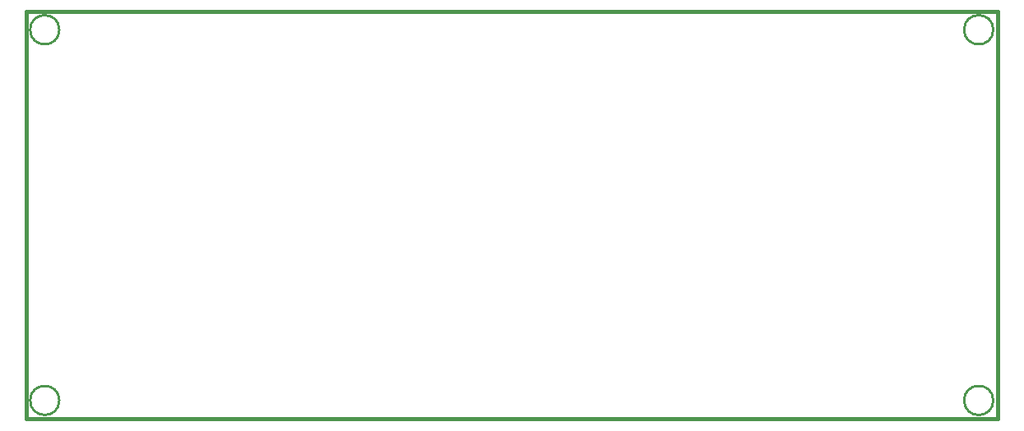
<source format=gm1>
G04*
G04 #@! TF.GenerationSoftware,Altium Limited,Altium Designer,21.0.8 (223)*
G04*
G04 Layer_Color=16711935*
%FSLAX24Y24*%
%MOIN*%
G70*
G04*
G04 #@! TF.SameCoordinates,5611F575-40E7-4C37-80B7-B37D46D1236C*
G04*
G04*
G04 #@! TF.FilePolarity,Positive*
G04*
G01*
G75*
%ADD12C,0.0100*%
%ADD69C,0.0150*%
D12*
X39191Y15800D02*
G03*
X39191Y15800I-591J0D01*
G01*
Y750D02*
G03*
X39191Y750I-591J0D01*
G01*
X1341Y15800D02*
G03*
X1341Y15800I-591J0D01*
G01*
Y750D02*
G03*
X1341Y750I-591J0D01*
G01*
D69*
X39366Y0D02*
Y16535D01*
X0Y0D02*
X39366D01*
X0Y16535D02*
X39366D01*
X0Y0D02*
Y16535D01*
M02*

</source>
